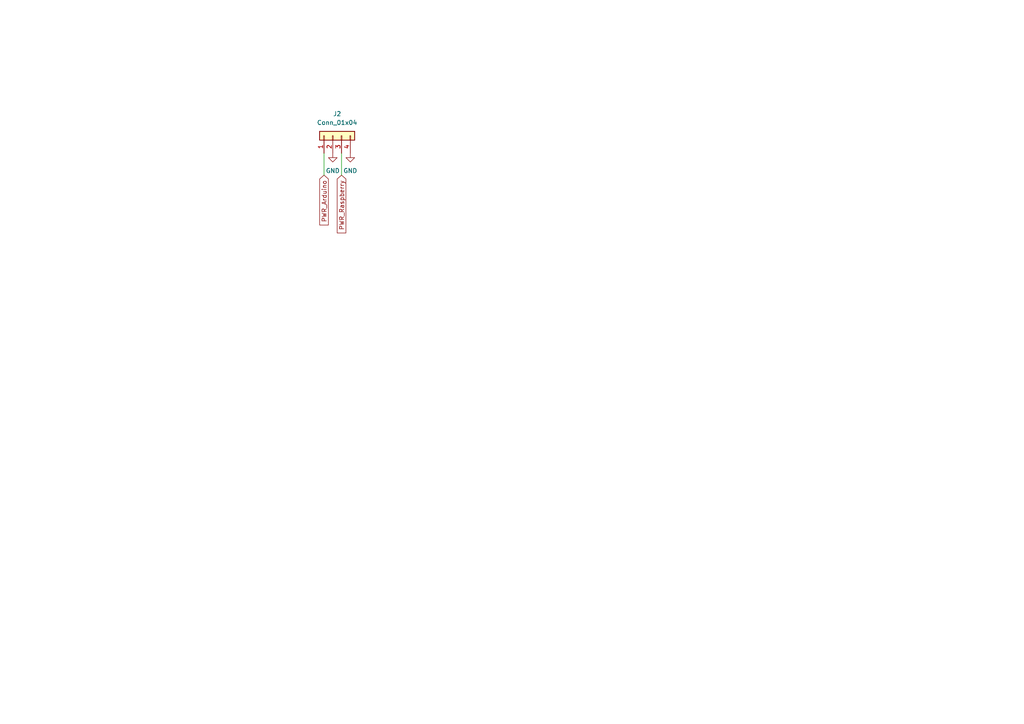
<source format=kicad_sch>
(kicad_sch (version 20211123) (generator eeschema)

  (uuid f669635d-6458-4ac9-960a-93c3158155dc)

  (paper "A4")

  (title_block
    (title "Salidas_PWR_empotrados")
    (date "2023-06-17")
    (company "UC3M")
    (comment 1 "Salidas para alimentar el Arduino y la Raspberry.")
  )

  (lib_symbols
    (symbol "Connector_Generic:Conn_01x04" (pin_names (offset 1.016) hide) (in_bom yes) (on_board yes)
      (property "Reference" "J" (id 0) (at 0 5.08 0)
        (effects (font (size 1.27 1.27)))
      )
      (property "Value" "Conn_01x04" (id 1) (at 0 -7.62 0)
        (effects (font (size 1.27 1.27)))
      )
      (property "Footprint" "" (id 2) (at 0 0 0)
        (effects (font (size 1.27 1.27)) hide)
      )
      (property "Datasheet" "~" (id 3) (at 0 0 0)
        (effects (font (size 1.27 1.27)) hide)
      )
      (property "ki_keywords" "connector" (id 4) (at 0 0 0)
        (effects (font (size 1.27 1.27)) hide)
      )
      (property "ki_description" "Generic connector, single row, 01x04, script generated (kicad-library-utils/schlib/autogen/connector/)" (id 5) (at 0 0 0)
        (effects (font (size 1.27 1.27)) hide)
      )
      (property "ki_fp_filters" "Connector*:*_1x??_*" (id 6) (at 0 0 0)
        (effects (font (size 1.27 1.27)) hide)
      )
      (symbol "Conn_01x04_1_1"
        (rectangle (start -1.27 -4.953) (end 0 -5.207)
          (stroke (width 0.1524) (type default) (color 0 0 0 0))
          (fill (type none))
        )
        (rectangle (start -1.27 -2.413) (end 0 -2.667)
          (stroke (width 0.1524) (type default) (color 0 0 0 0))
          (fill (type none))
        )
        (rectangle (start -1.27 0.127) (end 0 -0.127)
          (stroke (width 0.1524) (type default) (color 0 0 0 0))
          (fill (type none))
        )
        (rectangle (start -1.27 2.667) (end 0 2.413)
          (stroke (width 0.1524) (type default) (color 0 0 0 0))
          (fill (type none))
        )
        (rectangle (start -1.27 3.81) (end 1.27 -6.35)
          (stroke (width 0.254) (type default) (color 0 0 0 0))
          (fill (type background))
        )
        (pin passive line (at -5.08 2.54 0) (length 3.81)
          (name "Pin_1" (effects (font (size 1.27 1.27))))
          (number "1" (effects (font (size 1.27 1.27))))
        )
        (pin passive line (at -5.08 0 0) (length 3.81)
          (name "Pin_2" (effects (font (size 1.27 1.27))))
          (number "2" (effects (font (size 1.27 1.27))))
        )
        (pin passive line (at -5.08 -2.54 0) (length 3.81)
          (name "Pin_3" (effects (font (size 1.27 1.27))))
          (number "3" (effects (font (size 1.27 1.27))))
        )
        (pin passive line (at -5.08 -5.08 0) (length 3.81)
          (name "Pin_4" (effects (font (size 1.27 1.27))))
          (number "4" (effects (font (size 1.27 1.27))))
        )
      )
    )
    (symbol "power:GND" (power) (pin_names (offset 0)) (in_bom yes) (on_board yes)
      (property "Reference" "#PWR" (id 0) (at 0 -6.35 0)
        (effects (font (size 1.27 1.27)) hide)
      )
      (property "Value" "GND" (id 1) (at 0 -3.81 0)
        (effects (font (size 1.27 1.27)))
      )
      (property "Footprint" "" (id 2) (at 0 0 0)
        (effects (font (size 1.27 1.27)) hide)
      )
      (property "Datasheet" "" (id 3) (at 0 0 0)
        (effects (font (size 1.27 1.27)) hide)
      )
      (property "ki_keywords" "power-flag" (id 4) (at 0 0 0)
        (effects (font (size 1.27 1.27)) hide)
      )
      (property "ki_description" "Power symbol creates a global label with name \"GND\" , ground" (id 5) (at 0 0 0)
        (effects (font (size 1.27 1.27)) hide)
      )
      (symbol "GND_0_1"
        (polyline
          (pts
            (xy 0 0)
            (xy 0 -1.27)
            (xy 1.27 -1.27)
            (xy 0 -2.54)
            (xy -1.27 -1.27)
            (xy 0 -1.27)
          )
          (stroke (width 0) (type default) (color 0 0 0 0))
          (fill (type none))
        )
      )
      (symbol "GND_1_1"
        (pin power_in line (at 0 0 270) (length 0) hide
          (name "GND" (effects (font (size 1.27 1.27))))
          (number "1" (effects (font (size 1.27 1.27))))
        )
      )
    )
  )


  (wire (pts (xy 93.98 50.8) (xy 93.98 44.45))
    (stroke (width 0) (type default) (color 0 0 0 0))
    (uuid 4cc5c9e3-941a-4237-9541-722fe0e8c293)
  )
  (wire (pts (xy 99.06 50.8) (xy 99.06 44.45))
    (stroke (width 0) (type default) (color 0 0 0 0))
    (uuid b296ba8b-6644-426d-9af1-c83b39a86026)
  )

  (global_label "PWR_Arduino" (shape input) (at 93.98 50.8 270) (fields_autoplaced)
    (effects (font (size 1.27 1.27)) (justify right))
    (uuid 47b31ba6-e0fe-40fb-bfbd-509ce65e9954)
    (property "Intersheet References" "${INTERSHEET_REFS}" (id 0) (at 93.9006 65.2479 90)
      (effects (font (size 1.27 1.27)) (justify right) hide)
    )
  )
  (global_label "PWR_Raspberry" (shape input) (at 99.06 50.8 270) (fields_autoplaced)
    (effects (font (size 1.27 1.27)) (justify right))
    (uuid d8dc0a9a-2246-41c3-ae63-bcd9cfbe11ce)
    (property "Intersheet References" "${INTERSHEET_REFS}" (id 0) (at 98.9806 67.546 90)
      (effects (font (size 1.27 1.27)) (justify right) hide)
    )
  )

  (symbol (lib_id "Connector_Generic:Conn_01x04") (at 96.52 39.37 90) (unit 1)
    (in_bom yes) (on_board yes) (fields_autoplaced)
    (uuid 3e3eb574-8393-477d-a77c-d9ffcc234c3d)
    (property "Reference" "J2" (id 0) (at 97.79 33.02 90))
    (property "Value" "Conn_01x04" (id 1) (at 97.79 35.56 90))
    (property "Footprint" "Connector_PinHeader_2.54mm:PinHeader_1x04_P2.54mm_Vertical" (id 2) (at 96.52 39.37 0)
      (effects (font (size 1.27 1.27)) hide)
    )
    (property "Datasheet" "~" (id 3) (at 96.52 39.37 0)
      (effects (font (size 1.27 1.27)) hide)
    )
    (pin "1" (uuid 09e7d8c9-cded-4bed-b62b-ce6dd0a4d8ee))
    (pin "2" (uuid d70c8e2b-7b19-4a23-9fc0-4244510c1130))
    (pin "3" (uuid 7da0b290-c45e-49c2-ae11-c0e0959aa167))
    (pin "4" (uuid 27c0e30e-a0e4-4b41-ae1b-dbb2b5527246))
  )

  (symbol (lib_id "power:GND") (at 101.6 44.45 0) (unit 1)
    (in_bom yes) (on_board yes) (fields_autoplaced)
    (uuid 6876a590-b5ed-4d54-bfe1-b1fb9593a4d1)
    (property "Reference" "#PWR0104" (id 0) (at 101.6 50.8 0)
      (effects (font (size 1.27 1.27)) hide)
    )
    (property "Value" "GND" (id 1) (at 101.6 49.53 0))
    (property "Footprint" "" (id 2) (at 101.6 44.45 0)
      (effects (font (size 1.27 1.27)) hide)
    )
    (property "Datasheet" "" (id 3) (at 101.6 44.45 0)
      (effects (font (size 1.27 1.27)) hide)
    )
    (pin "1" (uuid 6ec7b2dc-15d6-4610-90f1-e2439c2ca1bf))
  )

  (symbol (lib_id "power:GND") (at 96.52 44.45 0) (unit 1)
    (in_bom yes) (on_board yes) (fields_autoplaced)
    (uuid bc46a321-0781-4f77-b382-9600ce585ae5)
    (property "Reference" "#PWR0105" (id 0) (at 96.52 50.8 0)
      (effects (font (size 1.27 1.27)) hide)
    )
    (property "Value" "GND" (id 1) (at 96.52 49.53 0))
    (property "Footprint" "" (id 2) (at 96.52 44.45 0)
      (effects (font (size 1.27 1.27)) hide)
    )
    (property "Datasheet" "" (id 3) (at 96.52 44.45 0)
      (effects (font (size 1.27 1.27)) hide)
    )
    (pin "1" (uuid b5695736-27e5-48e3-98c3-0254c451964f))
  )
)

</source>
